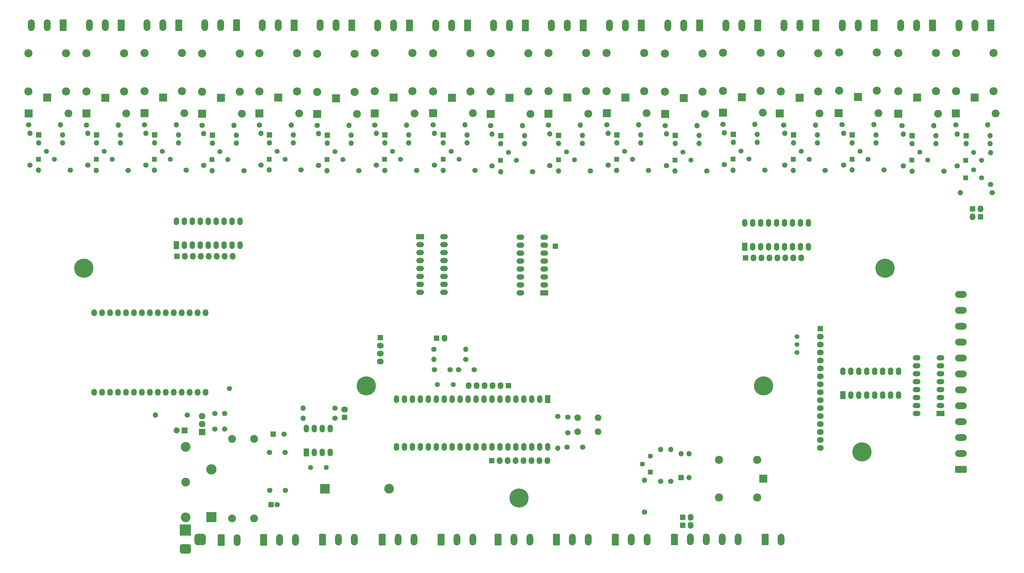
<source format=gbr>
%TF.GenerationSoftware,KiCad,Pcbnew,(5.1.6)-1*%
%TF.CreationDate,2020-12-15T19:54:30+02:00*%
%TF.ProjectId,ThePlatform_MothedahFarm,54686550-6c61-4746-966f-726d5f4d6f74,rev?*%
%TF.SameCoordinates,Original*%
%TF.FileFunction,Soldermask,Top*%
%TF.FilePolarity,Negative*%
%FSLAX46Y46*%
G04 Gerber Fmt 4.6, Leading zero omitted, Abs format (unit mm)*
G04 Created by KiCad (PCBNEW (5.1.6)-1) date 2020-12-15 19:54:30*
%MOMM*%
%LPD*%
G01*
G04 APERTURE LIST*
%ADD10O,2.180000X3.700000*%
%ADD11R,2.600000X2.600000*%
%ADD12O,2.600000X2.600000*%
%ADD13C,1.600000*%
%ADD14R,1.600000X1.600000*%
%ADD15R,1.700000X2.500000*%
%ADD16O,1.700000X2.500000*%
%ADD17C,3.100000*%
%ADD18R,3.100000X3.100000*%
%ADD19R,1.800000X1.800000*%
%ADD20O,1.800000X2.200000*%
%ADD21R,2.500000X2.500000*%
%ADD22O,2.500000X2.500000*%
%ADD23O,1.700000X1.700000*%
%ADD24C,1.700000*%
%ADD25R,1.700000X1.700000*%
%ADD26O,3.300000X3.300000*%
%ADD27R,3.300000X3.300000*%
%ADD28R,1.900000X1.900000*%
%ADD29C,1.900000*%
%ADD30C,2.800000*%
%ADD31R,3.600000X3.600000*%
%ADD32O,3.700000X2.180000*%
%ADD33C,2.500000*%
%ADD34C,2.100000*%
%ADD35R,2.100000X2.005000*%
%ADD36O,2.100000X2.005000*%
%ADD37O,2.500000X1.700000*%
%ADD38R,2.500000X1.700000*%
%ADD39O,2.200000X1.800000*%
%ADD40C,1.540000*%
%ADD41C,6.100000*%
%ADD42C,1.624000*%
G04 APERTURE END LIST*
D10*
%TO.C,J20*%
X234196920Y-223857280D03*
X229116920Y-223857280D03*
G36*
G01*
X222946920Y-225445262D02*
X222946920Y-222269298D01*
G75*
G02*
X223208938Y-222007280I262018J0D01*
G01*
X224864902Y-222007280D01*
G75*
G02*
X225126920Y-222269298I0J-262018D01*
G01*
X225126920Y-225445262D01*
G75*
G02*
X224864902Y-225707280I-262018J0D01*
G01*
X223208938Y-225707280D01*
G75*
G02*
X222946920Y-225445262I0J262018D01*
G01*
G37*
%TD*%
D11*
%TO.C,K18*%
X290092160Y-204375480D03*
D12*
X288092160Y-198375480D03*
X275892160Y-198375480D03*
X275892160Y-210375480D03*
X288092160Y-210375480D03*
%TD*%
D13*
%TO.C,Q19*%
X251461300Y-199732360D03*
X254001300Y-197192360D03*
D14*
X254001300Y-202272360D03*
%TD*%
%TO.C,J39*%
G36*
G01*
X260607500Y-225402082D02*
X260607500Y-222226118D01*
G75*
G02*
X260869518Y-221964100I262018J0D01*
G01*
X262525482Y-221964100D01*
G75*
G02*
X262787500Y-222226118I0J-262018D01*
G01*
X262787500Y-225402082D01*
G75*
G02*
X262525482Y-225664100I-262018J0D01*
G01*
X260869518Y-225664100D01*
G75*
G02*
X260607500Y-225402082I0J262018D01*
G01*
G37*
D10*
X266777500Y-223814100D03*
X271857500Y-223814100D03*
X276937500Y-223814100D03*
X282017500Y-223814100D03*
%TD*%
D15*
%TO.C,U3*%
X221220060Y-178985640D03*
D16*
X172960060Y-194225640D03*
X218680060Y-178985640D03*
X175500060Y-194225640D03*
X216140060Y-178985640D03*
X178040060Y-194225640D03*
X213600060Y-178985640D03*
X180580060Y-194225640D03*
X211060060Y-178985640D03*
X183120060Y-194225640D03*
X208520060Y-178985640D03*
X185660060Y-194225640D03*
X205980060Y-178985640D03*
X188200060Y-194225640D03*
X203440060Y-178985640D03*
X190740060Y-194225640D03*
X200900060Y-178985640D03*
X193280060Y-194225640D03*
X198360060Y-178985640D03*
X195820060Y-194225640D03*
X195820060Y-178985640D03*
X198360060Y-194225640D03*
X193280060Y-178985640D03*
X200900060Y-194225640D03*
X190740060Y-178985640D03*
X203440060Y-194225640D03*
X188200060Y-178985640D03*
X205980060Y-194225640D03*
X185660060Y-178985640D03*
X208520060Y-194225640D03*
X183120060Y-178985640D03*
X211060060Y-194225640D03*
X180580060Y-178985640D03*
X213600060Y-194225640D03*
X178040060Y-178985640D03*
X216140060Y-194225640D03*
X175500060Y-178985640D03*
X218680060Y-194225640D03*
X172960060Y-178985640D03*
X221220060Y-194225640D03*
%TD*%
%TO.C,J27*%
G36*
G01*
X129439360Y-225557022D02*
X129439360Y-222381058D01*
G75*
G02*
X129701378Y-222119040I262018J0D01*
G01*
X131357342Y-222119040D01*
G75*
G02*
X131619360Y-222381058I0J-262018D01*
G01*
X131619360Y-225557022D01*
G75*
G02*
X131357342Y-225819040I-262018J0D01*
G01*
X129701378Y-225819040D01*
G75*
G02*
X129439360Y-225557022I0J262018D01*
G01*
G37*
D10*
X135609360Y-223969040D03*
X140689360Y-223969040D03*
%TD*%
%TO.C,J36*%
X159526000Y-223877600D03*
X154446000Y-223877600D03*
G36*
G01*
X148276000Y-225465582D02*
X148276000Y-222289618D01*
G75*
G02*
X148538018Y-222027600I262018J0D01*
G01*
X150193982Y-222027600D01*
G75*
G02*
X150456000Y-222289618I0J-262018D01*
G01*
X150456000Y-225465582D01*
G75*
G02*
X150193982Y-225727600I-262018J0D01*
G01*
X148538018Y-225727600D01*
G75*
G02*
X148276000Y-225465582I0J262018D01*
G01*
G37*
%TD*%
%TO.C,J35*%
G36*
G01*
X167326000Y-225465582D02*
X167326000Y-222289618D01*
G75*
G02*
X167588018Y-222027600I262018J0D01*
G01*
X169243982Y-222027600D01*
G75*
G02*
X169506000Y-222289618I0J-262018D01*
G01*
X169506000Y-225465582D01*
G75*
G02*
X169243982Y-225727600I-262018J0D01*
G01*
X167588018Y-225727600D01*
G75*
G02*
X167326000Y-225465582I0J262018D01*
G01*
G37*
X173496000Y-223877600D03*
X178576000Y-223877600D03*
%TD*%
D17*
%TO.C,BT1*%
X170579900Y-207606360D03*
D18*
X150089900Y-207606360D03*
%TD*%
D15*
%TO.C,U25*%
X144146300Y-195973160D03*
D16*
X151766300Y-188353160D03*
X146686300Y-195973160D03*
X149226300Y-188353160D03*
X149226300Y-195973160D03*
X146686300Y-188353160D03*
X151766300Y-195973160D03*
X144146300Y-188353160D03*
%TD*%
D19*
%TO.C,J28*%
X356873840Y-118157720D03*
D20*
X359413840Y-118157720D03*
%TD*%
D15*
%TO.C,U24*%
X315421040Y-177700400D03*
D16*
X333201040Y-170080400D03*
X317961040Y-177700400D03*
X330661040Y-170080400D03*
X320501040Y-177700400D03*
X328121040Y-170080400D03*
X323041040Y-177700400D03*
X325581040Y-170080400D03*
X325581040Y-177700400D03*
X323041040Y-170080400D03*
X328121040Y-177700400D03*
X320501040Y-170080400D03*
X330661040Y-177700400D03*
X317961040Y-170080400D03*
X333201040Y-177700400D03*
X315421040Y-170080400D03*
%TD*%
D20*
%TO.C,U26*%
X112030000Y-151420000D03*
X109490000Y-151420000D03*
X106950000Y-151420000D03*
X104410000Y-151420000D03*
X101870000Y-151420000D03*
X99330000Y-151420000D03*
X96790000Y-151420000D03*
X94250000Y-151420000D03*
X91710000Y-151420000D03*
X89170000Y-151420000D03*
X86630000Y-151420000D03*
X84090000Y-151420000D03*
X81550000Y-151420000D03*
X79010000Y-151420000D03*
X76470000Y-151420000D03*
X112030000Y-176820000D03*
X109490000Y-176820000D03*
X106950000Y-176820000D03*
X104410000Y-176820000D03*
X101870000Y-176820000D03*
X99330000Y-176820000D03*
X96790000Y-176820000D03*
X94250000Y-176820000D03*
X91710000Y-176820000D03*
X89170000Y-176820000D03*
X86630000Y-176820000D03*
X84090000Y-176820000D03*
X81550000Y-176820000D03*
X79010000Y-176820000D03*
X76470000Y-176820000D03*
%TD*%
D11*
%TO.C,K5*%
X357567260Y-82592640D03*
D12*
X363567260Y-80592640D03*
X363567260Y-68392640D03*
X351567260Y-68392640D03*
X351567260Y-80592640D03*
%TD*%
D21*
%TO.C,D3*%
X333107060Y-87786940D03*
D22*
X345807060Y-87786940D03*
%TD*%
%TO.C,J5*%
G36*
G01*
X345182560Y-58004958D02*
X345182560Y-61180922D01*
G75*
G02*
X344920542Y-61442940I-262018J0D01*
G01*
X343264578Y-61442940D01*
G75*
G02*
X343002560Y-61180922I0J262018D01*
G01*
X343002560Y-58004958D01*
G75*
G02*
X343264578Y-57742940I262018J0D01*
G01*
X344920542Y-57742940D01*
G75*
G02*
X345182560Y-58004958I0J-262018D01*
G01*
G37*
D10*
X339012560Y-59592940D03*
X333932560Y-59592940D03*
%TD*%
D23*
%TO.C,R6*%
X334758060Y-94327440D03*
D24*
X334758060Y-104487440D03*
%TD*%
%TO.C,R16*%
X347712060Y-106138440D03*
D23*
X337552060Y-106138440D03*
%TD*%
D11*
%TO.C,K1*%
X339139560Y-82643440D03*
D12*
X345139560Y-80643440D03*
X345139560Y-68443440D03*
X333139560Y-68443440D03*
X333139560Y-80643440D03*
%TD*%
D13*
%TO.C,Q2*%
X340028560Y-100042440D03*
X342568560Y-102582440D03*
D14*
X337488560Y-102582440D03*
%TD*%
D24*
%TO.C,R15*%
X334313560Y-91596940D03*
D23*
X344473560Y-91596940D03*
%TD*%
D25*
%TO.C,U4*%
X337552060Y-94835440D03*
D23*
X345172060Y-97375440D03*
X337552060Y-97375440D03*
X345172060Y-94835440D03*
%TD*%
D24*
%TO.C,C1*%
X114946460Y-188584300D03*
X114946460Y-183584300D03*
%TD*%
%TO.C,C2*%
X118096060Y-183584300D03*
X118096060Y-188584300D03*
%TD*%
%TO.C,C3*%
X132450000Y-208150000D03*
X137450000Y-208150000D03*
%TD*%
%TO.C,C5*%
X197750460Y-169562240D03*
X192750460Y-169562240D03*
%TD*%
%TO.C,C6*%
X190075860Y-169562240D03*
X185075860Y-169562240D03*
%TD*%
%TO.C,C7*%
X227646260Y-184704440D03*
X227646260Y-189704440D03*
%TD*%
%TO.C,C8*%
X227379560Y-194306920D03*
X232379560Y-194306920D03*
%TD*%
%TO.C,C10*%
X137410000Y-195990000D03*
X132410000Y-195990000D03*
%TD*%
D26*
%TO.C,D1*%
X113879660Y-201411300D03*
D27*
X113879660Y-216651300D03*
%TD*%
D28*
%TO.C,D2*%
X105269060Y-189016100D03*
D29*
X102729060Y-189016100D03*
%TD*%
D17*
%TO.C,F1*%
X105675460Y-194248500D03*
X105675460Y-216748500D03*
D30*
X105675460Y-205498500D03*
%TD*%
D31*
%TO.C,J1*%
X105573860Y-220816900D03*
G36*
G01*
X106598860Y-228366900D02*
X104548860Y-228366900D01*
G75*
G02*
X103773860Y-227591900I0J775000D01*
G01*
X103773860Y-226041900D01*
G75*
G02*
X104548860Y-225266900I775000J0D01*
G01*
X106598860Y-225266900D01*
G75*
G02*
X107373860Y-226041900I0J-775000D01*
G01*
X107373860Y-227591900D01*
G75*
G02*
X106598860Y-228366900I-775000J0D01*
G01*
G37*
G36*
G01*
X111173860Y-225616900D02*
X109373860Y-225616900D01*
G75*
G02*
X108473860Y-224716900I0J900000D01*
G01*
X108473860Y-222916900D01*
G75*
G02*
X109373860Y-222016900I900000J0D01*
G01*
X111173860Y-222016900D01*
G75*
G02*
X112073860Y-222916900I0J-900000D01*
G01*
X112073860Y-224716900D01*
G75*
G02*
X111173860Y-225616900I-900000J0D01*
G01*
G37*
%TD*%
D10*
%TO.C,J4*%
X352512660Y-59605640D03*
X357592660Y-59605640D03*
G36*
G01*
X363762660Y-58017658D02*
X363762660Y-61193622D01*
G75*
G02*
X363500642Y-61455640I-262018J0D01*
G01*
X361844678Y-61455640D01*
G75*
G02*
X361582660Y-61193622I0J262018D01*
G01*
X361582660Y-58017658D01*
G75*
G02*
X361844678Y-57755640I262018J0D01*
G01*
X363500642Y-57755640D01*
G75*
G02*
X363762660Y-58017658I0J-262018D01*
G01*
G37*
%TD*%
%TO.C,J6*%
X315263560Y-59592940D03*
X320343560Y-59592940D03*
G36*
G01*
X326513560Y-58004958D02*
X326513560Y-61180922D01*
G75*
G02*
X326251542Y-61442940I-262018J0D01*
G01*
X324595578Y-61442940D01*
G75*
G02*
X324333560Y-61180922I0J262018D01*
G01*
X324333560Y-58004958D01*
G75*
G02*
X324595578Y-57742940I262018J0D01*
G01*
X326251542Y-57742940D01*
G75*
G02*
X326513560Y-58004958I0J-262018D01*
G01*
G37*
%TD*%
%TO.C,J7*%
G36*
G01*
X307908060Y-58004958D02*
X307908060Y-61180922D01*
G75*
G02*
X307646042Y-61442940I-262018J0D01*
G01*
X305990078Y-61442940D01*
G75*
G02*
X305728060Y-61180922I0J262018D01*
G01*
X305728060Y-58004958D01*
G75*
G02*
X305990078Y-57742940I262018J0D01*
G01*
X307646042Y-57742940D01*
G75*
G02*
X307908060Y-58004958I0J-262018D01*
G01*
G37*
X301738060Y-59592940D03*
X296658060Y-59592940D03*
%TD*%
%TO.C,J8*%
X278116060Y-59592940D03*
X283196060Y-59592940D03*
G36*
G01*
X289366060Y-58004958D02*
X289366060Y-61180922D01*
G75*
G02*
X289104042Y-61442940I-262018J0D01*
G01*
X287448078Y-61442940D01*
G75*
G02*
X287186060Y-61180922I0J262018D01*
G01*
X287186060Y-58004958D01*
G75*
G02*
X287448078Y-57742940I262018J0D01*
G01*
X289104042Y-57742940D01*
G75*
G02*
X289366060Y-58004958I0J-262018D01*
G01*
G37*
%TD*%
%TO.C,J9*%
X259574060Y-59592940D03*
X264654060Y-59592940D03*
G36*
G01*
X270824060Y-58004958D02*
X270824060Y-61180922D01*
G75*
G02*
X270562042Y-61442940I-262018J0D01*
G01*
X268906078Y-61442940D01*
G75*
G02*
X268644060Y-61180922I0J262018D01*
G01*
X268644060Y-58004958D01*
G75*
G02*
X268906078Y-57742940I262018J0D01*
G01*
X270562042Y-57742940D01*
G75*
G02*
X270824060Y-58004958I0J-262018D01*
G01*
G37*
%TD*%
%TO.C,J10*%
G36*
G01*
X252218560Y-58004958D02*
X252218560Y-61180922D01*
G75*
G02*
X251956542Y-61442940I-262018J0D01*
G01*
X250300578Y-61442940D01*
G75*
G02*
X250038560Y-61180922I0J262018D01*
G01*
X250038560Y-58004958D01*
G75*
G02*
X250300578Y-57742940I262018J0D01*
G01*
X251956542Y-57742940D01*
G75*
G02*
X252218560Y-58004958I0J-262018D01*
G01*
G37*
X246048560Y-59592940D03*
X240968560Y-59592940D03*
%TD*%
%TO.C,J11*%
X222426560Y-59592940D03*
X227506560Y-59592940D03*
G36*
G01*
X233676560Y-58004958D02*
X233676560Y-61180922D01*
G75*
G02*
X233414542Y-61442940I-262018J0D01*
G01*
X231758578Y-61442940D01*
G75*
G02*
X231496560Y-61180922I0J262018D01*
G01*
X231496560Y-58004958D01*
G75*
G02*
X231758578Y-57742940I262018J0D01*
G01*
X233414542Y-57742940D01*
G75*
G02*
X233676560Y-58004958I0J-262018D01*
G01*
G37*
%TD*%
%TO.C,J12*%
X203948060Y-59592940D03*
X209028060Y-59592940D03*
G36*
G01*
X215198060Y-58004958D02*
X215198060Y-61180922D01*
G75*
G02*
X214936042Y-61442940I-262018J0D01*
G01*
X213280078Y-61442940D01*
G75*
G02*
X213018060Y-61180922I0J262018D01*
G01*
X213018060Y-58004958D01*
G75*
G02*
X213280078Y-57742940I262018J0D01*
G01*
X214936042Y-57742940D01*
G75*
G02*
X215198060Y-58004958I0J-262018D01*
G01*
G37*
%TD*%
%TO.C,J13*%
G36*
G01*
X196719560Y-58004958D02*
X196719560Y-61180922D01*
G75*
G02*
X196457542Y-61442940I-262018J0D01*
G01*
X194801578Y-61442940D01*
G75*
G02*
X194539560Y-61180922I0J262018D01*
G01*
X194539560Y-58004958D01*
G75*
G02*
X194801578Y-57742940I262018J0D01*
G01*
X196457542Y-57742940D01*
G75*
G02*
X196719560Y-58004958I0J-262018D01*
G01*
G37*
X190549560Y-59592940D03*
X185469560Y-59592940D03*
%TD*%
%TO.C,J14*%
X166927560Y-59592940D03*
X172007560Y-59592940D03*
G36*
G01*
X178177560Y-58004958D02*
X178177560Y-61180922D01*
G75*
G02*
X177915542Y-61442940I-262018J0D01*
G01*
X176259578Y-61442940D01*
G75*
G02*
X175997560Y-61180922I0J262018D01*
G01*
X175997560Y-58004958D01*
G75*
G02*
X176259578Y-57742940I262018J0D01*
G01*
X177915542Y-57742940D01*
G75*
G02*
X178177560Y-58004958I0J-262018D01*
G01*
G37*
%TD*%
%TO.C,J15*%
G36*
G01*
X159787960Y-57966858D02*
X159787960Y-61142822D01*
G75*
G02*
X159525942Y-61404840I-262018J0D01*
G01*
X157869978Y-61404840D01*
G75*
G02*
X157607960Y-61142822I0J262018D01*
G01*
X157607960Y-57966858D01*
G75*
G02*
X157869978Y-57704840I262018J0D01*
G01*
X159525942Y-57704840D01*
G75*
G02*
X159787960Y-57966858I0J-262018D01*
G01*
G37*
X153617960Y-59554840D03*
X148537960Y-59554840D03*
%TD*%
%TO.C,J16*%
G36*
G01*
X141372960Y-57966858D02*
X141372960Y-61142822D01*
G75*
G02*
X141110942Y-61404840I-262018J0D01*
G01*
X139454978Y-61404840D01*
G75*
G02*
X139192960Y-61142822I0J262018D01*
G01*
X139192960Y-57966858D01*
G75*
G02*
X139454978Y-57704840I262018J0D01*
G01*
X141110942Y-57704840D01*
G75*
G02*
X141372960Y-57966858I0J-262018D01*
G01*
G37*
X135202960Y-59554840D03*
X130122960Y-59554840D03*
%TD*%
%TO.C,J17*%
X111720660Y-59542140D03*
X116800660Y-59542140D03*
G36*
G01*
X122970660Y-57954158D02*
X122970660Y-61130122D01*
G75*
G02*
X122708642Y-61392140I-262018J0D01*
G01*
X121052678Y-61392140D01*
G75*
G02*
X120790660Y-61130122I0J262018D01*
G01*
X120790660Y-57954158D01*
G75*
G02*
X121052678Y-57692140I262018J0D01*
G01*
X122708642Y-57692140D01*
G75*
G02*
X122970660Y-57954158I0J-262018D01*
G01*
G37*
%TD*%
%TO.C,J18*%
G36*
G01*
X104555660Y-57966858D02*
X104555660Y-61142822D01*
G75*
G02*
X104293642Y-61404840I-262018J0D01*
G01*
X102637678Y-61404840D01*
G75*
G02*
X102375660Y-61142822I0J262018D01*
G01*
X102375660Y-57966858D01*
G75*
G02*
X102637678Y-57704840I262018J0D01*
G01*
X104293642Y-57704840D01*
G75*
G02*
X104555660Y-57966858I0J-262018D01*
G01*
G37*
X98385660Y-59554840D03*
X93305660Y-59554840D03*
%TD*%
%TO.C,J19*%
X74890660Y-59554840D03*
X79970660Y-59554840D03*
G36*
G01*
X86140660Y-57966858D02*
X86140660Y-61142822D01*
G75*
G02*
X85878642Y-61404840I-262018J0D01*
G01*
X84222678Y-61404840D01*
G75*
G02*
X83960660Y-61142822I0J262018D01*
G01*
X83960660Y-57966858D01*
G75*
G02*
X84222678Y-57704840I262018J0D01*
G01*
X85878642Y-57704840D01*
G75*
G02*
X86140660Y-57966858I0J-262018D01*
G01*
G37*
%TD*%
%TO.C,J21*%
G36*
G01*
X354697542Y-202529240D02*
X351521578Y-202529240D01*
G75*
G02*
X351259560Y-202267222I0J262018D01*
G01*
X351259560Y-200611258D01*
G75*
G02*
X351521578Y-200349240I262018J0D01*
G01*
X354697542Y-200349240D01*
G75*
G02*
X354959560Y-200611258I0J-262018D01*
G01*
X354959560Y-202267222D01*
G75*
G02*
X354697542Y-202529240I-262018J0D01*
G01*
G37*
D32*
X353109560Y-196359240D03*
X353109560Y-191279240D03*
X353109560Y-186199240D03*
X353109560Y-181119240D03*
X353109560Y-176039240D03*
X353109560Y-170959240D03*
X353109560Y-165879240D03*
X353109560Y-160799240D03*
X353109560Y-155719240D03*
X353109560Y-150639240D03*
X353109560Y-145559240D03*
%TD*%
%TO.C,J22*%
G36*
G01*
X67636760Y-57954158D02*
X67636760Y-61130122D01*
G75*
G02*
X67374742Y-61392140I-262018J0D01*
G01*
X65718778Y-61392140D01*
G75*
G02*
X65456760Y-61130122I0J262018D01*
G01*
X65456760Y-57954158D01*
G75*
G02*
X65718778Y-57692140I262018J0D01*
G01*
X67374742Y-57692140D01*
G75*
G02*
X67636760Y-57954158I0J-262018D01*
G01*
G37*
D10*
X61466760Y-59542140D03*
X56386760Y-59542140D03*
%TD*%
%TO.C,J23*%
X252998000Y-223877600D03*
X247918000Y-223877600D03*
G36*
G01*
X241748000Y-225465582D02*
X241748000Y-222289618D01*
G75*
G02*
X242010018Y-222027600I262018J0D01*
G01*
X243665982Y-222027600D01*
G75*
G02*
X243928000Y-222289618I0J-262018D01*
G01*
X243928000Y-225465582D01*
G75*
G02*
X243665982Y-225727600I-262018J0D01*
G01*
X242010018Y-225727600D01*
G75*
G02*
X241748000Y-225465582I0J262018D01*
G01*
G37*
%TD*%
%TO.C,J24*%
G36*
G01*
X186104220Y-225465582D02*
X186104220Y-222289618D01*
G75*
G02*
X186366238Y-222027600I262018J0D01*
G01*
X188022202Y-222027600D01*
G75*
G02*
X188284220Y-222289618I0J-262018D01*
G01*
X188284220Y-225465582D01*
G75*
G02*
X188022202Y-225727600I-262018J0D01*
G01*
X186366238Y-225727600D01*
G75*
G02*
X186104220Y-225465582I0J262018D01*
G01*
G37*
X192274220Y-223877600D03*
X197354220Y-223877600D03*
%TD*%
%TO.C,J25*%
G36*
G01*
X204267760Y-225440182D02*
X204267760Y-222264218D01*
G75*
G02*
X204529778Y-222002200I262018J0D01*
G01*
X206185742Y-222002200D01*
G75*
G02*
X206447760Y-222264218I0J-262018D01*
G01*
X206447760Y-225440182D01*
G75*
G02*
X206185742Y-225702200I-262018J0D01*
G01*
X204529778Y-225702200D01*
G75*
G02*
X204267760Y-225440182I0J262018D01*
G01*
G37*
X210437760Y-223852200D03*
X215517760Y-223852200D03*
%TD*%
D11*
%TO.C,K2*%
X320280060Y-82452940D03*
D12*
X326280060Y-80452940D03*
X326280060Y-68252940D03*
X314280060Y-68252940D03*
X314280060Y-80452940D03*
%TD*%
%TO.C,K3*%
X295611060Y-80706940D03*
X295611060Y-68506940D03*
X307611060Y-68506940D03*
X307611060Y-80706940D03*
D11*
X301611060Y-82706940D03*
%TD*%
%TO.C,K4*%
X264654060Y-82770440D03*
D12*
X270654060Y-80770440D03*
X270654060Y-68570440D03*
X258654060Y-68570440D03*
X258654060Y-80770440D03*
%TD*%
D11*
%TO.C,K6*%
X283196060Y-82516440D03*
D12*
X289196060Y-80516440D03*
X289196060Y-68316440D03*
X277196060Y-68316440D03*
X277196060Y-80516440D03*
%TD*%
D11*
%TO.C,K7*%
X246048560Y-82643440D03*
D12*
X252048560Y-80643440D03*
X252048560Y-68443440D03*
X240048560Y-68443440D03*
X240048560Y-80643440D03*
%TD*%
%TO.C,K8*%
X221506560Y-80643440D03*
X221506560Y-68443440D03*
X233506560Y-68443440D03*
X233506560Y-80643440D03*
D11*
X227506560Y-82643440D03*
%TD*%
%TO.C,K9*%
X209028060Y-82706940D03*
D12*
X215028060Y-80706940D03*
X215028060Y-68506940D03*
X203028060Y-68506940D03*
X203028060Y-80706940D03*
%TD*%
%TO.C,K10*%
X55466760Y-80656140D03*
X55466760Y-68456140D03*
X67466760Y-68456140D03*
X67466760Y-80656140D03*
D11*
X61466760Y-82656140D03*
%TD*%
D12*
%TO.C,K11*%
X73970660Y-80719640D03*
X73970660Y-68519640D03*
X85970660Y-68519640D03*
X85970660Y-80719640D03*
D11*
X79970660Y-82719640D03*
%TD*%
%TO.C,K12*%
X98487260Y-82618040D03*
D12*
X104487260Y-80618040D03*
X104487260Y-68418040D03*
X92487260Y-68418040D03*
X92487260Y-80618040D03*
%TD*%
%TO.C,K13*%
X129202960Y-80668840D03*
X129202960Y-68468840D03*
X141202960Y-68468840D03*
X141202960Y-80668840D03*
D11*
X135202960Y-82668840D03*
%TD*%
%TO.C,K14*%
X116902260Y-82757740D03*
D12*
X122902260Y-80757740D03*
X122902260Y-68557740D03*
X110902260Y-68557740D03*
X110902260Y-80757740D03*
%TD*%
%TO.C,K15*%
X147617960Y-80859340D03*
X147617960Y-68659340D03*
X159617960Y-68659340D03*
X159617960Y-80859340D03*
D11*
X153617960Y-82859340D03*
%TD*%
%TO.C,K16*%
X172007560Y-82643440D03*
D12*
X178007560Y-80643440D03*
X178007560Y-68443440D03*
X166007560Y-68443440D03*
X166007560Y-80643440D03*
%TD*%
%TO.C,K17*%
X184613060Y-80706940D03*
X184613060Y-68506940D03*
X196613060Y-68506940D03*
X196613060Y-80706940D03*
D11*
X190613060Y-82706940D03*
%TD*%
D14*
%TO.C,Q1*%
X354671660Y-102709440D03*
D13*
X359751660Y-102709440D03*
X357211660Y-100169440D03*
%TD*%
D14*
%TO.C,Q3*%
X318375060Y-102328440D03*
D13*
X323455060Y-102328440D03*
X320915060Y-99788440D03*
%TD*%
%TO.C,Q4*%
X302182560Y-99851940D03*
X304722560Y-102391940D03*
D14*
X299642560Y-102391940D03*
%TD*%
D13*
%TO.C,Q5*%
X264400060Y-100042440D03*
X266940060Y-102582440D03*
D14*
X261860060Y-102582440D03*
%TD*%
D13*
%TO.C,Q6*%
X357211660Y-105706640D03*
X359751660Y-108246640D03*
D14*
X354671660Y-108246640D03*
%TD*%
%TO.C,Q7*%
X280402060Y-102264940D03*
D13*
X285482060Y-102264940D03*
X282942060Y-99724940D03*
%TD*%
%TO.C,Q8*%
X245794560Y-99851940D03*
X248334560Y-102391940D03*
D14*
X243254560Y-102391940D03*
%TD*%
%TO.C,Q9*%
X224649060Y-102518940D03*
D13*
X229729060Y-102518940D03*
X227189060Y-99978940D03*
%TD*%
%TO.C,Q10*%
X208710560Y-100169440D03*
X211250560Y-102709440D03*
D14*
X206170560Y-102709440D03*
%TD*%
%TO.C,Q11*%
X58647360Y-102341140D03*
D13*
X63727360Y-102341140D03*
X61187360Y-99801140D03*
%TD*%
%TO.C,Q12*%
X79615060Y-99839240D03*
X82155060Y-102379240D03*
D14*
X77075060Y-102379240D03*
%TD*%
D13*
%TO.C,Q13*%
X98182460Y-99788440D03*
X100722460Y-102328440D03*
D14*
X95642460Y-102328440D03*
%TD*%
%TO.C,Q14*%
X132307360Y-102328440D03*
D13*
X137387360Y-102328440D03*
X134847360Y-99788440D03*
%TD*%
D14*
%TO.C,Q15*%
X114057460Y-102468140D03*
D13*
X119137460Y-102468140D03*
X116597460Y-99928140D03*
%TD*%
D14*
%TO.C,Q16*%
X150735060Y-102480840D03*
D13*
X155815060Y-102480840D03*
X153275060Y-99940840D03*
%TD*%
%TO.C,Q17*%
X171690060Y-99851940D03*
X174230060Y-102391940D03*
D14*
X169150060Y-102391940D03*
%TD*%
D13*
%TO.C,Q18*%
X190359060Y-99788440D03*
X192899060Y-102328440D03*
D14*
X187819060Y-102328440D03*
%TD*%
D33*
%TO.C,R1*%
X120483660Y-191708500D03*
D22*
X120483660Y-217108500D03*
%TD*%
D23*
%TO.C,R2*%
X96015840Y-184060560D03*
D24*
X106175840Y-184060560D03*
%TD*%
D22*
%TO.C,R3*%
X127500000Y-217100000D03*
D33*
X127500000Y-191700000D03*
%TD*%
D24*
%TO.C,R4*%
X224471260Y-184497440D03*
D23*
X224471260Y-194657440D03*
%TD*%
D24*
%TO.C,R5*%
X362571060Y-110380240D03*
D23*
X362571060Y-100220240D03*
%TD*%
D24*
%TO.C,R7*%
X315708060Y-104233440D03*
D23*
X315708060Y-94073440D03*
%TD*%
D24*
%TO.C,R8*%
X296912060Y-104233440D03*
D23*
X296912060Y-94073440D03*
%TD*%
%TO.C,R9*%
X259129560Y-94263940D03*
D24*
X259129560Y-104423940D03*
%TD*%
%TO.C,R10*%
X351979260Y-104462040D03*
D23*
X351979260Y-94302040D03*
%TD*%
%TO.C,R11*%
X277608060Y-93882940D03*
D24*
X277608060Y-104042940D03*
%TD*%
%TO.C,R12*%
X240524060Y-104233440D03*
D23*
X240524060Y-94073440D03*
%TD*%
D24*
%TO.C,R13*%
X221918560Y-104360440D03*
D23*
X221918560Y-94200440D03*
%TD*%
%TO.C,R14*%
X203440060Y-94327440D03*
D24*
X203440060Y-104487440D03*
%TD*%
D23*
%TO.C,R17*%
X325360060Y-91279440D03*
D24*
X315200060Y-91279440D03*
%TD*%
%TO.C,R18*%
X328598560Y-105757440D03*
D23*
X318438560Y-105757440D03*
%TD*%
%TO.C,R19*%
X306691060Y-91406440D03*
D24*
X296531060Y-91406440D03*
%TD*%
%TO.C,R20*%
X309802560Y-105947940D03*
D23*
X299642560Y-105947940D03*
%TD*%
D24*
%TO.C,R21*%
X258685060Y-91596940D03*
D23*
X268845060Y-91596940D03*
%TD*%
D24*
%TO.C,R22*%
X272020060Y-106074940D03*
D23*
X261860060Y-106074940D03*
%TD*%
%TO.C,R23*%
X361707460Y-91381040D03*
D24*
X351547460Y-91381040D03*
%TD*%
D23*
%TO.C,R24*%
X352919060Y-113047240D03*
D24*
X363079060Y-113047240D03*
%TD*%
D23*
%TO.C,R25*%
X287323560Y-91152440D03*
D24*
X277163560Y-91152440D03*
%TD*%
%TO.C,R26*%
X290562060Y-105820940D03*
D23*
X280402060Y-105820940D03*
%TD*%
%TO.C,R27*%
X250239560Y-91342940D03*
D24*
X240079560Y-91342940D03*
%TD*%
D23*
%TO.C,R28*%
X243254560Y-105947940D03*
D24*
X253414560Y-105947940D03*
%TD*%
%TO.C,R29*%
X221474060Y-91469940D03*
D23*
X231634060Y-91469940D03*
%TD*%
%TO.C,R30*%
X224712560Y-106074940D03*
D24*
X234872560Y-106074940D03*
%TD*%
D23*
%TO.C,R31*%
X213155560Y-91596940D03*
D24*
X202995560Y-91596940D03*
%TD*%
D23*
%TO.C,R32*%
X206234060Y-106328940D03*
D24*
X216394060Y-106328940D03*
%TD*%
D23*
%TO.C,R33*%
X55980360Y-94060740D03*
D24*
X55980360Y-104220740D03*
%TD*%
D23*
%TO.C,R34*%
X74433460Y-94098840D03*
D24*
X74433460Y-104258840D03*
%TD*%
D23*
%TO.C,R35*%
X92950060Y-94048040D03*
D24*
X92950060Y-104208040D03*
%TD*%
%TO.C,R36*%
X129665760Y-104208040D03*
D23*
X129665760Y-94048040D03*
%TD*%
%TO.C,R37*%
X111365060Y-94187740D03*
D24*
X111365060Y-104347740D03*
%TD*%
D23*
%TO.C,R38*%
X148093460Y-94149640D03*
D24*
X148093460Y-104309640D03*
%TD*%
%TO.C,R39*%
X166483060Y-104233440D03*
D23*
X166483060Y-94073440D03*
%TD*%
D24*
%TO.C,R40*%
X185088560Y-104233440D03*
D23*
X185088560Y-94073440D03*
%TD*%
%TO.C,R41*%
X65683160Y-91393740D03*
D24*
X55523160Y-91393740D03*
%TD*%
%TO.C,R42*%
X68858160Y-105846340D03*
D23*
X58698160Y-105846340D03*
%TD*%
D24*
%TO.C,R43*%
X73976260Y-91406440D03*
D23*
X84136260Y-91406440D03*
%TD*%
D24*
%TO.C,R44*%
X87285860Y-105884440D03*
D23*
X77125860Y-105884440D03*
%TD*%
D24*
%TO.C,R45*%
X92492860Y-91355640D03*
D23*
X102652860Y-91355640D03*
%TD*%
%TO.C,R46*%
X95642460Y-105833640D03*
D24*
X105802460Y-105833640D03*
%TD*%
%TO.C,R47*%
X129208560Y-91406440D03*
D23*
X139368560Y-91406440D03*
%TD*%
D24*
%TO.C,R48*%
X142518160Y-105782840D03*
D23*
X132358160Y-105782840D03*
%TD*%
%TO.C,R49*%
X121067860Y-91495340D03*
D24*
X110907860Y-91495340D03*
%TD*%
D23*
%TO.C,R50*%
X114108260Y-105973340D03*
D24*
X124268260Y-105973340D03*
%TD*%
%TO.C,R51*%
X147636260Y-91508040D03*
D23*
X157796260Y-91508040D03*
%TD*%
%TO.C,R52*%
X150785860Y-105986040D03*
D24*
X160945860Y-105986040D03*
%TD*%
%TO.C,R53*%
X166038560Y-91406440D03*
D23*
X176198560Y-91406440D03*
%TD*%
%TO.C,R54*%
X169213560Y-105947940D03*
D24*
X179373560Y-105947940D03*
%TD*%
D23*
%TO.C,R55*%
X194804060Y-91342940D03*
D24*
X184644060Y-91342940D03*
%TD*%
%TO.C,R56*%
X198042560Y-105884440D03*
D23*
X187882560Y-105884440D03*
%TD*%
D24*
%TO.C,R57*%
X153341100Y-181901560D03*
D23*
X143181100Y-181901560D03*
%TD*%
D24*
%TO.C,R58*%
X153290300Y-185076560D03*
D23*
X143130300Y-185076560D03*
%TD*%
D34*
%TO.C,SW1*%
X237298260Y-184925040D03*
X237298260Y-189425040D03*
X230798260Y-184925040D03*
X230798260Y-189425040D03*
%TD*%
D35*
%TO.C,U1*%
X110882460Y-189473300D03*
D36*
X110882460Y-186933300D03*
X110882460Y-184393300D03*
%TD*%
D25*
%TO.C,U5*%
X318438560Y-94581440D03*
D23*
X326058560Y-97121440D03*
X318438560Y-97121440D03*
X326058560Y-94581440D03*
%TD*%
D25*
%TO.C,U6*%
X299706060Y-94581440D03*
D23*
X307326060Y-97121440D03*
X299706060Y-97121440D03*
X307326060Y-94581440D03*
%TD*%
D25*
%TO.C,U7*%
X261923560Y-94771940D03*
D23*
X269543560Y-97311940D03*
X261923560Y-97311940D03*
X269543560Y-94771940D03*
%TD*%
%TO.C,U8*%
X362444060Y-94860840D03*
X354824060Y-97400840D03*
X362444060Y-97400840D03*
D25*
X354824060Y-94860840D03*
%TD*%
D23*
%TO.C,U9*%
X288085560Y-94390940D03*
X280465560Y-96930940D03*
X288085560Y-96930940D03*
D25*
X280465560Y-94390940D03*
%TD*%
D23*
%TO.C,U10*%
X250938060Y-94581440D03*
X243318060Y-97121440D03*
X250938060Y-97121440D03*
D25*
X243318060Y-94581440D03*
%TD*%
%TO.C,U11*%
X224712560Y-94708440D03*
D23*
X232332560Y-97248440D03*
X224712560Y-97248440D03*
X232332560Y-94708440D03*
%TD*%
%TO.C,U12*%
X213854060Y-94835440D03*
X206234060Y-97375440D03*
X213854060Y-97375440D03*
D25*
X206234060Y-94835440D03*
%TD*%
%TO.C,U13*%
X58748960Y-94568740D03*
D23*
X66368960Y-97108740D03*
X58748960Y-97108740D03*
X66368960Y-94568740D03*
%TD*%
%TO.C,U14*%
X84796660Y-94606840D03*
X77176660Y-97146840D03*
X84796660Y-97146840D03*
D25*
X77176660Y-94606840D03*
%TD*%
%TO.C,U15*%
X95744060Y-94556040D03*
D23*
X103364060Y-97096040D03*
X95744060Y-97096040D03*
X103364060Y-94556040D03*
%TD*%
D25*
%TO.C,U16*%
X132408960Y-94556040D03*
D23*
X140028960Y-97096040D03*
X132408960Y-97096040D03*
X140028960Y-94556040D03*
%TD*%
D25*
%TO.C,U17*%
X114159060Y-94695740D03*
D23*
X121779060Y-97235740D03*
X114159060Y-97235740D03*
X121779060Y-94695740D03*
%TD*%
%TO.C,U18*%
X158456660Y-94657640D03*
X150836660Y-97197640D03*
X158456660Y-97197640D03*
D25*
X150836660Y-94657640D03*
%TD*%
%TO.C,U19*%
X169213560Y-94581440D03*
D23*
X176833560Y-97121440D03*
X169213560Y-97121440D03*
X176833560Y-94581440D03*
%TD*%
%TO.C,U20*%
X195502560Y-94581440D03*
X187882560Y-97121440D03*
X195502560Y-97121440D03*
D25*
X187882560Y-94581440D03*
%TD*%
D16*
%TO.C,U21*%
X102665560Y-122140440D03*
X122985560Y-129760440D03*
X105205560Y-122140440D03*
X120445560Y-129760440D03*
X107745560Y-122140440D03*
X117905560Y-129760440D03*
X110285560Y-122140440D03*
X115365560Y-129760440D03*
X112825560Y-122140440D03*
X112825560Y-129760440D03*
X115365560Y-122140440D03*
X110285560Y-129760440D03*
X117905560Y-122140440D03*
X107745560Y-129760440D03*
X120445560Y-122140440D03*
X105205560Y-129760440D03*
X122985560Y-122140440D03*
D15*
X102665560Y-129760440D03*
%TD*%
%TO.C,U22*%
X284148560Y-130268440D03*
D16*
X304468560Y-122648440D03*
X286688560Y-130268440D03*
X301928560Y-122648440D03*
X289228560Y-130268440D03*
X299388560Y-122648440D03*
X291768560Y-130268440D03*
X296848560Y-122648440D03*
X294308560Y-130268440D03*
X294308560Y-122648440D03*
X296848560Y-130268440D03*
X291768560Y-122648440D03*
X299388560Y-130268440D03*
X289228560Y-122648440D03*
X301928560Y-130268440D03*
X286688560Y-122648440D03*
X304468560Y-130268440D03*
X284148560Y-122648440D03*
%TD*%
D37*
%TO.C,U23*%
X338949060Y-183595740D03*
X346569060Y-165815740D03*
X338949060Y-181055740D03*
X346569060Y-168355740D03*
X338949060Y-178515740D03*
X346569060Y-170895740D03*
X338949060Y-175975740D03*
X346569060Y-173435740D03*
X338949060Y-173435740D03*
X346569060Y-175975740D03*
X338949060Y-170895740D03*
X346569060Y-178515740D03*
X338949060Y-168355740D03*
X346569060Y-181055740D03*
X338949060Y-165815740D03*
D38*
X346569060Y-183595740D03*
%TD*%
D13*
%TO.C,Y1*%
X186040000Y-174330000D03*
X191040000Y-174330000D03*
%TD*%
%TO.C,Y2*%
X150547100Y-200824560D03*
X145547100Y-200824560D03*
%TD*%
%TO.C,J2*%
G36*
G01*
X115913860Y-225605282D02*
X115913860Y-222429318D01*
G75*
G02*
X116175878Y-222167300I262018J0D01*
G01*
X117831842Y-222167300D01*
G75*
G02*
X118093860Y-222429318I0J-262018D01*
G01*
X118093860Y-225605282D01*
G75*
G02*
X117831842Y-225867300I-262018J0D01*
G01*
X116175878Y-225867300D01*
G75*
G02*
X115913860Y-225605282I0J262018D01*
G01*
G37*
D10*
X122083860Y-224017300D03*
%TD*%
D21*
%TO.C,D4*%
X314057060Y-87596440D03*
D22*
X326757060Y-87596440D03*
%TD*%
%TO.C,D7*%
X364247460Y-87672640D03*
D21*
X351547460Y-87672640D03*
%TD*%
D19*
%TO.C,J3*%
X308278560Y-156430440D03*
D39*
X308278560Y-158970440D03*
X308278560Y-161510440D03*
X308278560Y-164050440D03*
X308278560Y-166590440D03*
X308278560Y-169130440D03*
X308278560Y-171670440D03*
X308278560Y-174210440D03*
X308278560Y-176750440D03*
X308278560Y-179290440D03*
X308278560Y-181830440D03*
X308278560Y-184370440D03*
X308278560Y-186910440D03*
X308278560Y-189450440D03*
X308278560Y-191990440D03*
X308278560Y-194530440D03*
%TD*%
D19*
%TO.C,J41*%
X203363860Y-198600000D03*
D20*
X205903860Y-198600000D03*
X208443860Y-198600000D03*
X210983860Y-198600000D03*
X213523860Y-198600000D03*
X216063860Y-198600000D03*
X218603860Y-198600000D03*
X221143860Y-198600000D03*
%TD*%
D24*
%TO.C,R59*%
X260503700Y-205218760D03*
D23*
X260503700Y-195058760D03*
%TD*%
%TO.C,R60*%
X257328700Y-195058760D03*
D24*
X257328700Y-205218760D03*
%TD*%
%TO.C,R61*%
X252140000Y-215040000D03*
D23*
X252140000Y-204880000D03*
%TD*%
D24*
%TO.C,R62*%
X195058060Y-166242460D03*
D23*
X184898060Y-166242460D03*
%TD*%
%TO.C,R63*%
X195062761Y-163089061D03*
D24*
X184902761Y-163089061D03*
%TD*%
D38*
%TO.C,U27*%
X180516560Y-127118840D03*
D37*
X188136560Y-144898840D03*
X180516560Y-129658840D03*
X188136560Y-142358840D03*
X180516560Y-132198840D03*
X188136560Y-139818840D03*
X180516560Y-134738840D03*
X188136560Y-137278840D03*
X180516560Y-137278840D03*
X188136560Y-134738840D03*
X180516560Y-139818840D03*
X188136560Y-132198840D03*
X180516560Y-142358840D03*
X188136560Y-129658840D03*
X180516560Y-144898840D03*
X188136560Y-127118840D03*
%TD*%
%TO.C,U28*%
X212520560Y-145051240D03*
X220140560Y-127271240D03*
X212520560Y-142511240D03*
X220140560Y-129811240D03*
X212520560Y-139971240D03*
X220140560Y-132351240D03*
X212520560Y-137431240D03*
X220140560Y-134891240D03*
X212520560Y-134891240D03*
X220140560Y-137431240D03*
X212520560Y-132351240D03*
X220140560Y-139971240D03*
X212520560Y-129811240D03*
X220140560Y-142511240D03*
X212520560Y-127271240D03*
D38*
X220140560Y-145051240D03*
%TD*%
D25*
%TO.C,U29*%
X263805700Y-204075760D03*
D23*
X266345700Y-196455760D03*
X266345700Y-204075760D03*
X263805700Y-196455760D03*
%TD*%
D22*
%TO.C,D5*%
X307961060Y-87723440D03*
D21*
X295261060Y-87723440D03*
%TD*%
D22*
%TO.C,D6*%
X271385060Y-87850440D03*
D21*
X258685060Y-87850440D03*
%TD*%
%TO.C,D8*%
X277163560Y-87469440D03*
D22*
X289863560Y-87469440D03*
%TD*%
D21*
%TO.C,D9*%
X240079560Y-87659940D03*
D22*
X252779560Y-87659940D03*
%TD*%
%TO.C,D10*%
X234174060Y-87786940D03*
D21*
X221474060Y-87786940D03*
%TD*%
%TO.C,D11*%
X202995560Y-87850440D03*
D22*
X215695560Y-87850440D03*
%TD*%
%TO.C,D12*%
X68223160Y-87710740D03*
D21*
X55523160Y-87710740D03*
%TD*%
%TO.C,D13*%
X73976260Y-87748840D03*
D22*
X86676260Y-87748840D03*
%TD*%
D21*
%TO.C,D14*%
X92492860Y-87647240D03*
D22*
X105192860Y-87647240D03*
%TD*%
D21*
%TO.C,D15*%
X129208560Y-87698040D03*
D22*
X141908560Y-87698040D03*
%TD*%
%TO.C,D16*%
X123607860Y-87786940D03*
D21*
X110907860Y-87786940D03*
%TD*%
D22*
%TO.C,D17*%
X160336260Y-87850440D03*
D21*
X147636260Y-87850440D03*
%TD*%
%TO.C,D18*%
X166038560Y-87723440D03*
D22*
X178738560Y-87723440D03*
%TD*%
%TO.C,D19*%
X197344060Y-87659940D03*
D21*
X184644060Y-87659940D03*
%TD*%
D40*
%TO.C,RV1*%
X300790000Y-159000000D03*
X300790000Y-161540000D03*
X300790000Y-164080000D03*
%TD*%
D19*
%TO.C,J29*%
X284339060Y-133887940D03*
D20*
X286879060Y-133887940D03*
X289419060Y-133887940D03*
X291959060Y-133887940D03*
X294499060Y-133887940D03*
X297039060Y-133887940D03*
X299579060Y-133887940D03*
X302119060Y-133887940D03*
%TD*%
%TO.C,J30*%
X120636060Y-133316440D03*
X118096060Y-133316440D03*
X115556060Y-133316440D03*
X113016060Y-133316440D03*
X110476060Y-133316440D03*
X107936060Y-133316440D03*
X105396060Y-133316440D03*
D19*
X102856060Y-133316440D03*
%TD*%
D39*
%TO.C,J32*%
X156325600Y-182269860D03*
D19*
X156325600Y-184809860D03*
%TD*%
%TO.C,J34*%
X185703240Y-159519080D03*
D20*
X188243240Y-159519080D03*
%TD*%
D19*
%TO.C,J37*%
X264300000Y-216730000D03*
D20*
X266840000Y-216730000D03*
%TD*%
%TO.C,J38*%
X266841000Y-219305600D03*
D19*
X264301000Y-219305600D03*
%TD*%
D20*
%TO.C,J26*%
X356890000Y-120710000D03*
D19*
X359430000Y-120710000D03*
%TD*%
%TO.C,J31*%
X223696560Y-130141440D03*
%TD*%
%TO.C,J33*%
X167820000Y-159351440D03*
D39*
X167820000Y-161891440D03*
X167820000Y-164431440D03*
X167820000Y-166971440D03*
%TD*%
%TO.C,J42*%
G36*
G01*
X289550800Y-225414782D02*
X289550800Y-222238818D01*
G75*
G02*
X289812818Y-221976800I262018J0D01*
G01*
X291468782Y-221976800D01*
G75*
G02*
X291730800Y-222238818I0J-262018D01*
G01*
X291730800Y-225414782D01*
G75*
G02*
X291468782Y-225676800I-262018J0D01*
G01*
X289812818Y-225676800D01*
G75*
G02*
X289550800Y-225414782I0J262018D01*
G01*
G37*
D10*
X295720800Y-223826800D03*
%TD*%
D25*
%TO.C,C4*%
X132900000Y-212660000D03*
D24*
X134900000Y-212660000D03*
%TD*%
D25*
%TO.C,C9*%
X133550000Y-190140000D03*
D24*
X137050000Y-190140000D03*
%TD*%
D41*
%TO.C,J43*%
X163336000Y-174754000D03*
%TD*%
%TO.C,J44*%
X290100000Y-174750000D03*
%TD*%
%TO.C,J45*%
X328944000Y-137162000D03*
%TD*%
%TO.C,J46*%
X321578000Y-195836000D03*
%TD*%
%TO.C,J47*%
X73166000Y-137162000D03*
%TD*%
%TO.C,J48*%
X212104000Y-210568000D03*
%TD*%
D19*
%TO.C,J40*%
X208680000Y-174700000D03*
D20*
X206140000Y-174700000D03*
X203600000Y-174700000D03*
X201060000Y-174700000D03*
X198520000Y-174700000D03*
X195980000Y-174700000D03*
%TD*%
D42*
%TO.C,J49*%
X119630000Y-175580000D03*
%TD*%
M02*

</source>
